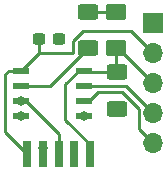
<source format=gtl>
G04 #@! TF.GenerationSoftware,KiCad,Pcbnew,7.0.9*
G04 #@! TF.CreationDate,2023-11-12T22:26:40-08:00*
G04 #@! TF.ProjectId,TimeRecordingButton,54696d65-5265-4636-9f72-64696e674275,rev?*
G04 #@! TF.SameCoordinates,Original*
G04 #@! TF.FileFunction,Copper,L1,Top*
G04 #@! TF.FilePolarity,Positive*
%FSLAX46Y46*%
G04 Gerber Fmt 4.6, Leading zero omitted, Abs format (unit mm)*
G04 Created by KiCad (PCBNEW 7.0.9) date 2023-11-12 22:26:40*
%MOMM*%
%LPD*%
G01*
G04 APERTURE LIST*
G04 Aperture macros list*
%AMRoundRect*
0 Rectangle with rounded corners*
0 $1 Rounding radius*
0 $2 $3 $4 $5 $6 $7 $8 $9 X,Y pos of 4 corners*
0 Add a 4 corners polygon primitive as box body*
4,1,4,$2,$3,$4,$5,$6,$7,$8,$9,$2,$3,0*
0 Add four circle primitives for the rounded corners*
1,1,$1+$1,$2,$3*
1,1,$1+$1,$4,$5*
1,1,$1+$1,$6,$7*
1,1,$1+$1,$8,$9*
0 Add four rect primitives between the rounded corners*
20,1,$1+$1,$2,$3,$4,$5,0*
20,1,$1+$1,$4,$5,$6,$7,0*
20,1,$1+$1,$6,$7,$8,$9,0*
20,1,$1+$1,$8,$9,$2,$3,0*%
G04 Aperture macros list end*
G04 #@! TA.AperFunction,SMDPad,CuDef*
%ADD10R,1.391399X0.558000*%
G04 #@! TD*
G04 #@! TA.AperFunction,SMDPad,CuDef*
%ADD11RoundRect,0.250001X0.624999X-0.462499X0.624999X0.462499X-0.624999X0.462499X-0.624999X-0.462499X0*%
G04 #@! TD*
G04 #@! TA.AperFunction,SMDPad,CuDef*
%ADD12RoundRect,0.250000X-0.625000X0.400000X-0.625000X-0.400000X0.625000X-0.400000X0.625000X0.400000X0*%
G04 #@! TD*
G04 #@! TA.AperFunction,SMDPad,CuDef*
%ADD13RoundRect,0.250000X0.625000X-0.400000X0.625000X0.400000X-0.625000X0.400000X-0.625000X-0.400000X0*%
G04 #@! TD*
G04 #@! TA.AperFunction,ComponentPad*
%ADD14R,1.700000X1.700000*%
G04 #@! TD*
G04 #@! TA.AperFunction,ComponentPad*
%ADD15O,1.700000X1.700000*%
G04 #@! TD*
G04 #@! TA.AperFunction,SMDPad,CuDef*
%ADD16R,0.666700X2.250000*%
G04 #@! TD*
G04 #@! TA.AperFunction,SMDPad,CuDef*
%ADD17RoundRect,0.237500X-0.300000X-0.237500X0.300000X-0.237500X0.300000X0.237500X-0.300000X0.237500X0*%
G04 #@! TD*
G04 #@! TA.AperFunction,ViaPad*
%ADD18C,0.800000*%
G04 #@! TD*
G04 #@! TA.AperFunction,Conductor*
%ADD19C,0.250000*%
G04 #@! TD*
G04 APERTURE END LIST*
D10*
X101677426Y-108753636D03*
X101677426Y-110023636D03*
X101677426Y-111293636D03*
X101677426Y-112563636D03*
X106980422Y-112563636D03*
X106980422Y-111293636D03*
X106980422Y-110023636D03*
X106980422Y-108753636D03*
D11*
X109713619Y-106787016D03*
X109713619Y-103812016D03*
D12*
X109735485Y-108862963D03*
X109735485Y-111962963D03*
D13*
X107286540Y-106846419D03*
X107286540Y-103746419D03*
D14*
X112812304Y-104694022D03*
D15*
X112812304Y-107234022D03*
X112812304Y-109774022D03*
X112812304Y-112314022D03*
X112812304Y-114854022D03*
D16*
X102165216Y-115764993D03*
X103498616Y-115764993D03*
X104831916Y-115764993D03*
X106165216Y-115764993D03*
X107498616Y-115764993D03*
D17*
X103144204Y-106086036D03*
X104869204Y-106086036D03*
D18*
X109735485Y-111962963D03*
X103144204Y-106086036D03*
X104869204Y-106086036D03*
X106980422Y-112563636D03*
X103498616Y-115304522D03*
X101677426Y-111293636D03*
X101677426Y-112563636D03*
D19*
X106073142Y-106214717D02*
X106877859Y-105410000D01*
X103144204Y-107286858D02*
X106073142Y-107286858D01*
X106073142Y-107286858D02*
X106073142Y-106214717D01*
X102165216Y-115764993D02*
X100330000Y-113929777D01*
X106877859Y-105410000D02*
X110988282Y-105410000D01*
X103144204Y-106086036D02*
X103144204Y-107286858D01*
X103144204Y-107286858D02*
X101677426Y-108753636D01*
X100330000Y-109009381D02*
X100589448Y-108749933D01*
X100330000Y-113929777D02*
X100330000Y-109009381D01*
X110988282Y-105410000D02*
X112812304Y-107234022D01*
X100589448Y-108749933D02*
X100593151Y-108753636D01*
X100593151Y-108753636D02*
X101677426Y-108753636D01*
X109735485Y-108862963D02*
X107089749Y-108862963D01*
X105410000Y-109907359D02*
X105410000Y-112884727D01*
X105410000Y-112884727D02*
X107498616Y-114973343D01*
X106563723Y-108753636D02*
X105410000Y-109907359D01*
X109713619Y-106787016D02*
X109713619Y-108841097D01*
X112812304Y-109774022D02*
X109825298Y-106787016D01*
X109713619Y-103812016D02*
X107352137Y-103812016D01*
X102032125Y-111293636D02*
X104831916Y-114093427D01*
X104831916Y-114093427D02*
X104831916Y-115764993D01*
X101677426Y-110023636D02*
X104109323Y-110023636D01*
X104109323Y-110023636D02*
X107286540Y-106846419D01*
X106980422Y-110023636D02*
X110521918Y-110023636D01*
X110521918Y-110023636D02*
X112812304Y-112314022D01*
X107397121Y-111293636D02*
X108131700Y-110559057D01*
X110176679Y-110559057D02*
X111637304Y-112019682D01*
X108131700Y-110559057D02*
X110176679Y-110559057D01*
X111637304Y-113679022D02*
X112812304Y-114854022D01*
X111637304Y-112019682D02*
X111637304Y-113679022D01*
M02*

</source>
